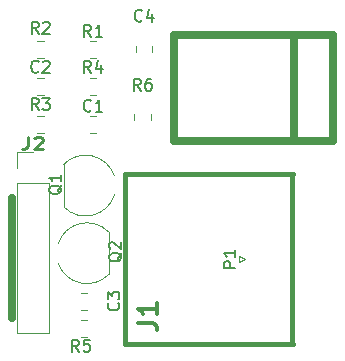
<source format=gto>
G04 #@! TF.GenerationSoftware,KiCad,Pcbnew,(5.1.10)-1*
G04 #@! TF.CreationDate,2021-09-19T13:10:19-04:00*
G04 #@! TF.ProjectId,CP-OSC,43502d4f-5343-42e6-9b69-6361645f7063,1*
G04 #@! TF.SameCoordinates,PX8c7ecc0PY46649b0*
G04 #@! TF.FileFunction,Legend,Top*
G04 #@! TF.FilePolarity,Positive*
%FSLAX46Y46*%
G04 Gerber Fmt 4.6, Leading zero omitted, Abs format (unit mm)*
G04 Created by KiCad (PCBNEW (5.1.10)-1) date 2021-09-19 13:10:19*
%MOMM*%
%LPD*%
G01*
G04 APERTURE LIST*
%ADD10C,0.635000*%
%ADD11C,0.381000*%
%ADD12C,0.120000*%
%ADD13C,0.650000*%
%ADD14C,0.304800*%
%ADD15C,0.150000*%
%ADD16C,0.250000*%
G04 APERTURE END LIST*
D10*
X-58908000Y267000D02*
X-58908000Y-9893000D01*
D11*
X-49357600Y2248200D02*
X-35156460Y2248200D01*
X-35161540Y2253280D02*
X-35161540Y-12145980D01*
X-35156460Y-12151060D02*
X-49357600Y-12151060D01*
X-49375380Y2248200D02*
X-49375380Y-12151060D01*
D12*
X-51788748Y5780000D02*
X-52311252Y5780000D01*
X-51788748Y7200000D02*
X-52311252Y7200000D01*
X-56233748Y10375000D02*
X-56756252Y10375000D01*
X-56233748Y8955000D02*
X-56756252Y8955000D01*
X-52550748Y-9206000D02*
X-53073252Y-9206000D01*
X-52550748Y-7786000D02*
X-53073252Y-7786000D01*
X-47022000Y12578748D02*
X-47022000Y13101252D01*
X-48442000Y12578748D02*
X-48442000Y13101252D01*
D13*
X-31723000Y14038000D02*
X-45223000Y14038000D01*
X-45223000Y5038000D02*
X-45223000Y14038000D01*
X-31723000Y5038000D02*
X-45223000Y5038000D01*
X-31723000Y5038000D02*
X-31723000Y14038000D01*
X-35023000Y14038000D02*
X-35023000Y5038000D01*
D12*
X-54535000Y3083000D02*
X-54535000Y-517000D01*
X-54526741Y3094875D02*
G75*
G02*
X-50235000Y2103000I1841741J-1811875D01*
G01*
X-54512684Y-525445D02*
G75*
G03*
X-50235000Y503000I1827684J1808445D01*
G01*
X-50708000Y-6232000D02*
X-50708000Y-2632000D01*
X-50730316Y-2623555D02*
G75*
G03*
X-55008000Y-3652000I-1827684J-1808445D01*
G01*
X-50716259Y-6243875D02*
G75*
G02*
X-55008000Y-5252000I-1841741J1811875D01*
G01*
X-52311252Y13550000D02*
X-51788748Y13550000D01*
X-52311252Y12130000D02*
X-51788748Y12130000D01*
X-56756252Y12130000D02*
X-56233748Y12130000D01*
X-56756252Y13550000D02*
X-56233748Y13550000D01*
X-56756252Y5780000D02*
X-56233748Y5780000D01*
X-56756252Y7200000D02*
X-56233748Y7200000D01*
X-51788748Y8955000D02*
X-52311252Y8955000D01*
X-51788748Y10375000D02*
X-52311252Y10375000D01*
X-52550748Y-11492000D02*
X-53073252Y-11492000D01*
X-52550748Y-10072000D02*
X-53073252Y-10072000D01*
X-47149000Y6863748D02*
X-47149000Y7386252D01*
X-48569000Y6863748D02*
X-48569000Y7386252D01*
X-58460000Y4137000D02*
X-57130000Y4137000D01*
X-58460000Y2807000D02*
X-58460000Y4137000D01*
X-58460000Y1537000D02*
X-55800000Y1537000D01*
X-55800000Y1537000D02*
X-55800000Y-11223000D01*
X-58460000Y1537000D02*
X-58460000Y-11223000D01*
X-58460000Y-11223000D02*
X-55800000Y-11223000D01*
X-39197000Y-4940000D02*
X-39697000Y-4690000D01*
X-39697000Y-4690000D02*
X-39697000Y-5190000D01*
X-39697000Y-5190000D02*
X-39197000Y-4940000D01*
D14*
X-48255120Y-10316333D02*
X-47075834Y-10316333D01*
X-46839977Y-10394952D01*
X-46682739Y-10552190D01*
X-46604120Y-10788047D01*
X-46604120Y-10945285D01*
X-46604120Y-8665333D02*
X-46604120Y-9608761D01*
X-46604120Y-9137047D02*
X-48255120Y-9137047D01*
X-48019262Y-9294285D01*
X-47862024Y-9451523D01*
X-47783405Y-9608761D01*
D15*
X-52216667Y7656858D02*
X-52264286Y7609239D01*
X-52407143Y7561620D01*
X-52502381Y7561620D01*
X-52645239Y7609239D01*
X-52740477Y7704477D01*
X-52788096Y7799715D01*
X-52835715Y7990191D01*
X-52835715Y8133048D01*
X-52788096Y8323524D01*
X-52740477Y8418762D01*
X-52645239Y8514000D01*
X-52502381Y8561620D01*
X-52407143Y8561620D01*
X-52264286Y8514000D01*
X-52216667Y8466381D01*
X-51264286Y7561620D02*
X-51835715Y7561620D01*
X-51550000Y7561620D02*
X-51550000Y8561620D01*
X-51645239Y8418762D01*
X-51740477Y8323524D01*
X-51835715Y8275905D01*
X-56661667Y10958858D02*
X-56709286Y10911239D01*
X-56852143Y10863620D01*
X-56947381Y10863620D01*
X-57090239Y10911239D01*
X-57185477Y11006477D01*
X-57233096Y11101715D01*
X-57280715Y11292191D01*
X-57280715Y11435048D01*
X-57233096Y11625524D01*
X-57185477Y11720762D01*
X-57090239Y11816000D01*
X-56947381Y11863620D01*
X-56852143Y11863620D01*
X-56709286Y11816000D01*
X-56661667Y11768381D01*
X-56280715Y11768381D02*
X-56233096Y11816000D01*
X-56137858Y11863620D01*
X-55899762Y11863620D01*
X-55804524Y11816000D01*
X-55756905Y11768381D01*
X-55709286Y11673143D01*
X-55709286Y11577905D01*
X-55756905Y11435048D01*
X-56328334Y10863620D01*
X-55709286Y10863620D01*
X-49914858Y-8662666D02*
X-49867239Y-8710285D01*
X-49819620Y-8853142D01*
X-49819620Y-8948380D01*
X-49867239Y-9091238D01*
X-49962477Y-9186476D01*
X-50057715Y-9234095D01*
X-50248191Y-9281714D01*
X-50391048Y-9281714D01*
X-50581524Y-9234095D01*
X-50676762Y-9186476D01*
X-50772000Y-9091238D01*
X-50819620Y-8948380D01*
X-50819620Y-8853142D01*
X-50772000Y-8710285D01*
X-50724381Y-8662666D01*
X-50819620Y-8329333D02*
X-50819620Y-7710285D01*
X-50438667Y-8043619D01*
X-50438667Y-7900761D01*
X-50391048Y-7805523D01*
X-50343429Y-7757904D01*
X-50248191Y-7710285D01*
X-50010096Y-7710285D01*
X-49914858Y-7757904D01*
X-49867239Y-7805523D01*
X-49819620Y-7900761D01*
X-49819620Y-8186476D01*
X-49867239Y-8281714D01*
X-49914858Y-8329333D01*
X-47898667Y15276858D02*
X-47946286Y15229239D01*
X-48089143Y15181620D01*
X-48184381Y15181620D01*
X-48327239Y15229239D01*
X-48422477Y15324477D01*
X-48470096Y15419715D01*
X-48517715Y15610191D01*
X-48517715Y15753048D01*
X-48470096Y15943524D01*
X-48422477Y16038762D01*
X-48327239Y16134000D01*
X-48184381Y16181620D01*
X-48089143Y16181620D01*
X-47946286Y16134000D01*
X-47898667Y16086381D01*
X-47041524Y15848286D02*
X-47041524Y15181620D01*
X-47279620Y16229239D02*
X-47517715Y15514953D01*
X-46898667Y15514953D01*
X-54677381Y1314762D02*
X-54725000Y1219524D01*
X-54820239Y1124286D01*
X-54963096Y981429D01*
X-55010715Y886191D01*
X-55010715Y790953D01*
X-54772620Y838572D02*
X-54820239Y743334D01*
X-54915477Y648096D01*
X-55105953Y600477D01*
X-55439286Y600477D01*
X-55629762Y648096D01*
X-55725000Y743334D01*
X-55772620Y838572D01*
X-55772620Y1029048D01*
X-55725000Y1124286D01*
X-55629762Y1219524D01*
X-55439286Y1267143D01*
X-55105953Y1267143D01*
X-54915477Y1219524D01*
X-54820239Y1124286D01*
X-54772620Y1029048D01*
X-54772620Y838572D01*
X-54772620Y2219524D02*
X-54772620Y1648096D01*
X-54772620Y1933810D02*
X-55772620Y1933810D01*
X-55629762Y1838572D01*
X-55534524Y1743334D01*
X-55486905Y1648096D01*
X-49597381Y-4400238D02*
X-49645000Y-4495476D01*
X-49740239Y-4590714D01*
X-49883096Y-4733571D01*
X-49930715Y-4828809D01*
X-49930715Y-4924047D01*
X-49692620Y-4876428D02*
X-49740239Y-4971666D01*
X-49835477Y-5066904D01*
X-50025953Y-5114523D01*
X-50359286Y-5114523D01*
X-50549762Y-5066904D01*
X-50645000Y-4971666D01*
X-50692620Y-4876428D01*
X-50692620Y-4685952D01*
X-50645000Y-4590714D01*
X-50549762Y-4495476D01*
X-50359286Y-4447857D01*
X-50025953Y-4447857D01*
X-49835477Y-4495476D01*
X-49740239Y-4590714D01*
X-49692620Y-4685952D01*
X-49692620Y-4876428D01*
X-50597381Y-4066904D02*
X-50645000Y-4019285D01*
X-50692620Y-3924047D01*
X-50692620Y-3685952D01*
X-50645000Y-3590714D01*
X-50597381Y-3543095D01*
X-50502143Y-3495476D01*
X-50406905Y-3495476D01*
X-50264048Y-3543095D01*
X-49692620Y-4114523D01*
X-49692620Y-3495476D01*
X-52216667Y13911620D02*
X-52550000Y14387810D01*
X-52788096Y13911620D02*
X-52788096Y14911620D01*
X-52407143Y14911620D01*
X-52311905Y14864000D01*
X-52264286Y14816381D01*
X-52216667Y14721143D01*
X-52216667Y14578286D01*
X-52264286Y14483048D01*
X-52311905Y14435429D01*
X-52407143Y14387810D01*
X-52788096Y14387810D01*
X-51264286Y13911620D02*
X-51835715Y13911620D01*
X-51550000Y13911620D02*
X-51550000Y14911620D01*
X-51645239Y14768762D01*
X-51740477Y14673524D01*
X-51835715Y14625905D01*
X-56661667Y14165620D02*
X-56995000Y14641810D01*
X-57233096Y14165620D02*
X-57233096Y15165620D01*
X-56852143Y15165620D01*
X-56756905Y15118000D01*
X-56709286Y15070381D01*
X-56661667Y14975143D01*
X-56661667Y14832286D01*
X-56709286Y14737048D01*
X-56756905Y14689429D01*
X-56852143Y14641810D01*
X-57233096Y14641810D01*
X-56280715Y15070381D02*
X-56233096Y15118000D01*
X-56137858Y15165620D01*
X-55899762Y15165620D01*
X-55804524Y15118000D01*
X-55756905Y15070381D01*
X-55709286Y14975143D01*
X-55709286Y14879905D01*
X-55756905Y14737048D01*
X-56328334Y14165620D01*
X-55709286Y14165620D01*
X-56661667Y7687620D02*
X-56995000Y8163810D01*
X-57233096Y7687620D02*
X-57233096Y8687620D01*
X-56852143Y8687620D01*
X-56756905Y8640000D01*
X-56709286Y8592381D01*
X-56661667Y8497143D01*
X-56661667Y8354286D01*
X-56709286Y8259048D01*
X-56756905Y8211429D01*
X-56852143Y8163810D01*
X-57233096Y8163810D01*
X-56328334Y8687620D02*
X-55709286Y8687620D01*
X-56042620Y8306667D01*
X-55899762Y8306667D01*
X-55804524Y8259048D01*
X-55756905Y8211429D01*
X-55709286Y8116191D01*
X-55709286Y7878096D01*
X-55756905Y7782858D01*
X-55804524Y7735239D01*
X-55899762Y7687620D01*
X-56185477Y7687620D01*
X-56280715Y7735239D01*
X-56328334Y7782858D01*
X-52216667Y10863620D02*
X-52550000Y11339810D01*
X-52788096Y10863620D02*
X-52788096Y11863620D01*
X-52407143Y11863620D01*
X-52311905Y11816000D01*
X-52264286Y11768381D01*
X-52216667Y11673143D01*
X-52216667Y11530286D01*
X-52264286Y11435048D01*
X-52311905Y11387429D01*
X-52407143Y11339810D01*
X-52788096Y11339810D01*
X-51359524Y11530286D02*
X-51359524Y10863620D01*
X-51597620Y11911239D02*
X-51835715Y11196953D01*
X-51216667Y11196953D01*
X-53232667Y-12758380D02*
X-53566000Y-12282190D01*
X-53804096Y-12758380D02*
X-53804096Y-11758380D01*
X-53423143Y-11758380D01*
X-53327905Y-11806000D01*
X-53280286Y-11853619D01*
X-53232667Y-11948857D01*
X-53232667Y-12091714D01*
X-53280286Y-12186952D01*
X-53327905Y-12234571D01*
X-53423143Y-12282190D01*
X-53804096Y-12282190D01*
X-52327905Y-11758380D02*
X-52804096Y-11758380D01*
X-52851715Y-12234571D01*
X-52804096Y-12186952D01*
X-52708858Y-12139333D01*
X-52470762Y-12139333D01*
X-52375524Y-12186952D01*
X-52327905Y-12234571D01*
X-52280286Y-12329809D01*
X-52280286Y-12567904D01*
X-52327905Y-12663142D01*
X-52375524Y-12710761D01*
X-52470762Y-12758380D01*
X-52708858Y-12758380D01*
X-52804096Y-12710761D01*
X-52851715Y-12663142D01*
X-48025667Y9339620D02*
X-48359000Y9815810D01*
X-48597096Y9339620D02*
X-48597096Y10339620D01*
X-48216143Y10339620D01*
X-48120905Y10292000D01*
X-48073286Y10244381D01*
X-48025667Y10149143D01*
X-48025667Y10006286D01*
X-48073286Y9911048D01*
X-48120905Y9863429D01*
X-48216143Y9815810D01*
X-48597096Y9815810D01*
X-47168524Y10339620D02*
X-47359000Y10339620D01*
X-47454239Y10292000D01*
X-47501858Y10244381D01*
X-47597096Y10101524D01*
X-47644715Y9911048D01*
X-47644715Y9530096D01*
X-47597096Y9434858D01*
X-47549477Y9387239D01*
X-47454239Y9339620D01*
X-47263762Y9339620D01*
X-47168524Y9387239D01*
X-47120905Y9434858D01*
X-47073286Y9530096D01*
X-47073286Y9768191D01*
X-47120905Y9863429D01*
X-47168524Y9911048D01*
X-47263762Y9958667D01*
X-47454239Y9958667D01*
X-47549477Y9911048D01*
X-47597096Y9863429D01*
X-47644715Y9768191D01*
D16*
X-57553334Y5386620D02*
X-57553334Y4672334D01*
X-57613810Y4529477D01*
X-57734762Y4434239D01*
X-57916191Y4386620D01*
X-58037143Y4386620D01*
X-57009048Y5291381D02*
X-56948572Y5339000D01*
X-56827620Y5386620D01*
X-56525239Y5386620D01*
X-56404286Y5339000D01*
X-56343810Y5291381D01*
X-56283334Y5196143D01*
X-56283334Y5100905D01*
X-56343810Y4958048D01*
X-57069524Y4386620D01*
X-56283334Y4386620D01*
D15*
X-39984620Y-5678095D02*
X-40984620Y-5678095D01*
X-40984620Y-5297142D01*
X-40937000Y-5201904D01*
X-40889381Y-5154285D01*
X-40794143Y-5106666D01*
X-40651286Y-5106666D01*
X-40556048Y-5154285D01*
X-40508429Y-5201904D01*
X-40460810Y-5297142D01*
X-40460810Y-5678095D01*
X-39984620Y-4154285D02*
X-39984620Y-4725714D01*
X-39984620Y-4440000D02*
X-40984620Y-4440000D01*
X-40841762Y-4535238D01*
X-40746524Y-4630476D01*
X-40698905Y-4725714D01*
M02*

</source>
